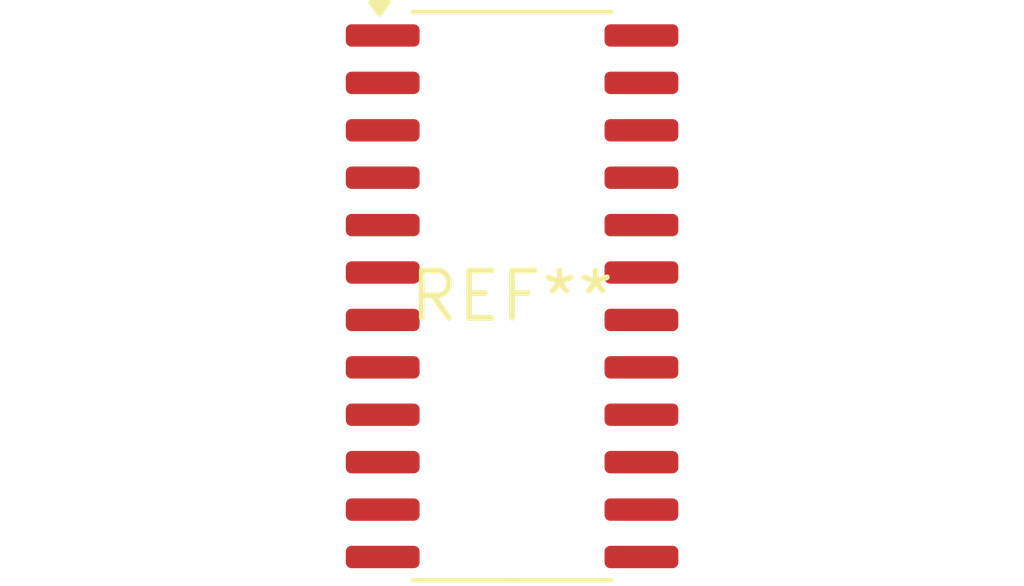
<source format=kicad_pcb>
(kicad_pcb (version 20240108) (generator pcbnew)
  (layers (0 "F.Cu" signal) (31 "B.Cu" signal) (34 "B.Paste" user) (35 "F.Paste" user) (36 "B.SilkS" user "B.Silkscreen") (37 "F.SilkS" user "F.Silkscreen") (38 "B.Mask" user) (39 "F.Mask" user) (44 "Edge.Cuts" user))
  (net 0 "")
  (footprint "SO-24_5.3x15mm_P1.27mm" (layer "F.Cu") (at 0 0)
    (property "Reference" "REF**")
    (property "Value" "SO-24_5.3x15mm_P1.27mm")
    (fp_line (start 0 -7.61) (end -2.65 -7.61) (layer "F.SilkS") (stroke (width 0.12)))
    (fp_line (start 0 -7.61) (end 2.65 -7.61) (layer "F.SilkS") (stroke (width 0.12)))
    (fp_line (start 0 7.61) (end -2.65 7.61) (layer "F.SilkS") (stroke (width 0.12)))
    (fp_line (start 0 7.61) (end 2.65 7.61) (layer "F.SilkS") (stroke (width 0.12)))
    (fp_poly (pts (xy -3.55 -7.545) (xy -3.79 -7.875) (xy -3.31 -7.875) (xy -3.55 -7.545)) (layer "F.SilkS") (stroke (width 0.12)) (fill solid))
    (pad "1" smd roundrect (at -3.4625 -6.985) (size 1.975 0.6) (layers "F.Cu" "F.Paste" "F.Mask"))
    (pad "2" smd roundrect (at -3.4625 -5.715) (size 1.975 0.6) (layers "F.Cu" "F.Paste" "F.Mask"))
    (pad "3" smd roundrect (at -3.4625 -4.445) (size 1.975 0.6) (layers "F.Cu" "F.Paste" "F.Mask"))
    (pad "4" smd roundrect (at -3.4625 -3.175) (size 1.975 0.6) (layers "F.Cu" "F.Paste" "F.Mask"))
    (pad "5" smd roundrect (at -3.4625 -1.905) (size 1.975 0.6) (layers "F.Cu" "F.Paste" "F.Mask"))
    (pad "6" smd roundrect (at -3.4625 -0.635) (size 1.975 0.6) (layers "F.Cu" "F.Paste" "F.Mask"))
    (pad "7" smd roundrect (at -3.4625 0.635) (size 1.975 0.6) (layers "F.Cu" "F.Paste" "F.Mask"))
    (pad "8" smd roundrect (at -3.4625 1.905) (size 1.975 0.6) (layers "F.Cu" "F.Paste" "F.Mask"))
    (pad "9" smd roundrect (at -3.4625 3.175) (size 1.975 0.6) (layers "F.Cu" "F.Paste" "F.Mask"))
    (pad "10" smd roundrect (at -3.4625 4.445) (size 1.975 0.6) (layers "F.Cu" "F.Paste" "F.Mask"))
    (pad "11" smd roundrect (at -3.4625 5.715) (size 1.975 0.6) (layers "F.Cu" "F.Paste" "F.Mask"))
    (pad "12" smd roundrect (at -3.4625 6.985) (size 1.975 0.6) (layers "F.Cu" "F.Paste" "F.Mask"))
    (pad "13" smd roundrect (at 3.4625 6.985) (size 1.975 0.6) (layers "F.Cu" "F.Paste" "F.Mask"))
    (pad "14" smd roundrect (at 3.4625 5.715) (size 1.975 0.6) (layers "F.Cu" "F.Paste" "F.Mask"))
    (pad "15" smd roundrect (at 3.4625 4.445) (size 1.975 0.6) (layers "F.Cu" "F.Paste" "F.Mask"))
    (pad "16" smd roundrect (at 3.4625 3.175) (size 1.975 0.6) (layers "F.Cu" "F.Paste" "F.Mask"))
    (pad "17" smd roundrect (at 3.4625 1.905) (size 1.975 0.6) (layers "F.Cu" "F.Paste" "F.Mask"))
    (pad "18" smd roundrect (at 3.4625 0.635) (size 1.975 0.6) (layers "F.Cu" "F.Paste" "F.Mask"))
    (pad "19" smd roundrect (at 3.4625 -0.635) (size 1.975 0.6) (layers "F.Cu" "F.Paste" "F.Mask"))
    (pad "20" smd roundrect (at 3.4625 -1.905) (size 1.975 0.6) (layers "F.Cu" "F.Paste" "F.Mask"))
    (pad "21" smd roundrect (at 3.4625 -3.175) (size 1.975 0.6) (layers "F.Cu" "F.Paste" "F.Mask"))
    (pad "22" smd roundrect (at 3.4625 -4.445) (size 1.975 0.6) (layers "F.Cu" "F.Paste" "F.Mask"))
    (pad "23" smd roundrect (at 3.4625 -5.715) (size 1.975 0.6) (layers "F.Cu" "F.Paste" "F.Mask"))
    (pad "24" smd roundrect (at 3.4625 -6.985) (size 1.975 0.6) (layers "F.Cu" "F.Paste" "F.Mask"))
  )
)
</source>
